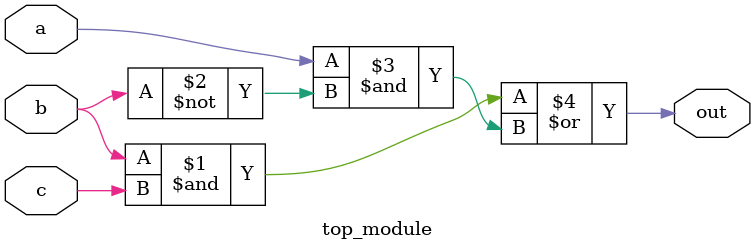
<source format=sv>
module top_module(
	input a, 
	input b,
	input c,
	output out
);

  assign out = (b & c) | (a & ~b);
  
endmodule

</source>
